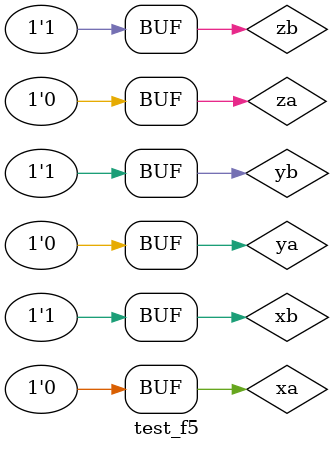
<source format=v>


module f5a ( output s,
input X,
input Y,
input Z );

// Teste descrito por expressao

assign s = (X | Y | ~Z) & (X | ~Y | Z) & (~X | ~Y | Z) & (~X | ~Y | ~Z);
endmodule // f5a

module f5b ( output s,
input X,
input Y,
input Z );

// Teste descrito por expressao

assign s = (~Y | Z) & (~X | ~Y);
endmodule // f5b

module test_f5;

    // ------------------------- definir dados

    reg xa;
    reg ya;
    reg za;
    
    reg xb;
    reg yb;
    reg zb;
    wire a,b;
    f5a moduloA ( a, xa, ya, za );
    f5b moduloB ( b, xb, yb, zb );
    

    // ------------------------- parte principal

    initial
    begin : main
        $display("Guia_06 Q02 letra E) - Marcus Prado Silva - 753117");
        $display("Sem Simplificar");
        $display("   x   y   z   s ");
        
        // projetar testes do modulo

        $monitor("%4b%4b%4b%4b", xa, ya, za, a);
        xa = 1'b0; ya = 1'b0;za = 1'b0;
        #1 xa = 1'b0; ya = 1'b0;za = 1'b1;
        #1 xa = 1'b0; ya = 1'b1;za = 1'b0;
        #1 xa = 1'b0; ya = 1'b1;za = 1'b1;
        #1 xa = 1'b1; ya = 1'b0;za = 1'b0;
        #1 xa = 1'b1; ya = 1'b0;za = 1'b1;
        #1 xa = 1'b1; ya = 1'b1;za = 1'b0;
        #1 xa = 1'b1; ya = 1'b1;za = 1'b1;
        #1 xa = 1'b0; ya = 1'b0;za = 1'b0;
        
        $display("\n Simplificado");
        $display("   x   y   z   s ");
        $monitor("%4b%4b%4b%4b", xb, yb, zb, b);
        xb = 1'b0; yb = 1'b0;zb = 1'b0;
        #1 xb = 1'b0; yb = 1'b0;zb = 1'b1;
        #1 xb = 1'b0; yb = 1'b1;zb = 1'b0;
        #1 xb = 1'b0; yb = 1'b1;zb = 1'b1;
        #1 xb = 1'b1; yb = 1'b0;zb = 1'b0;
        #1 xb = 1'b1; yb = 1'b0;zb = 1'b1;
        #1 xb = 1'b1; yb = 1'b1;zb = 1'b0;
        #1 xb = 1'b1; yb = 1'b1;zb = 1'b1;
    end
    
endmodule // test_f5
</source>
